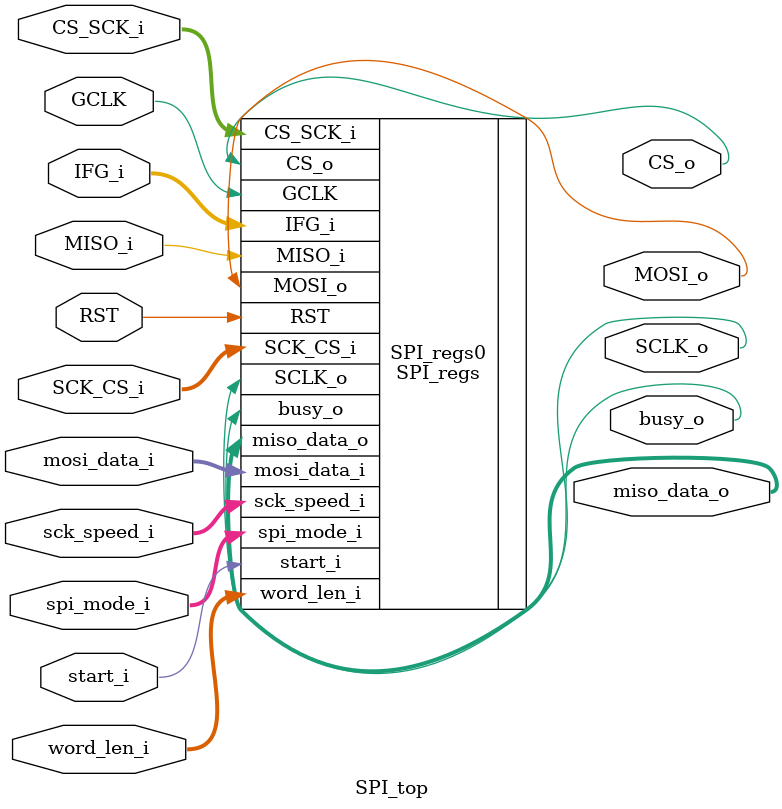
<source format=v>
`include "SPI_regs.v"

module SPI_top (
    input GCLK,
    input RST,
    //
    input  start_i,
    output busy_o,
    //
    input [1:0] spi_mode_i,
    input [1:0] sck_speed_i,
    input [1:0] word_len_i,
    //
    input [7:0] IFG_i,
    input [7:0] CS_SCK_i,
    input [7:0] SCK_CS_i,
    //
    input  [31:0] mosi_data_i,
    output [31:0] miso_data_o,

    input  MISO_i,
    output MOSI_o,
    output SCLK_o,
    output CS_o
);

SPI_regs SPI_regs0 (
    .GCLK (GCLK),
    .RST  (RST),
    .start_i (start_i),
    .busy_o  (busy_o),
    .spi_mode_i   (spi_mode_i),
    .sck_speed_i  (sck_speed_i),
    .word_len_i   (word_len_i),
    .IFG_i     (IFG_i),
    .CS_SCK_i  (CS_SCK_i),
    .SCK_CS_i  (SCK_CS_i),
    .mosi_data_i (mosi_data_i),
    .miso_data_o (miso_data_o),
    .MISO_i (MISO_i),
    .MOSI_o (MOSI_o),
    .SCLK_o (SCLK_o),
    .CS_o (CS_o)
);

endmodule
</source>
